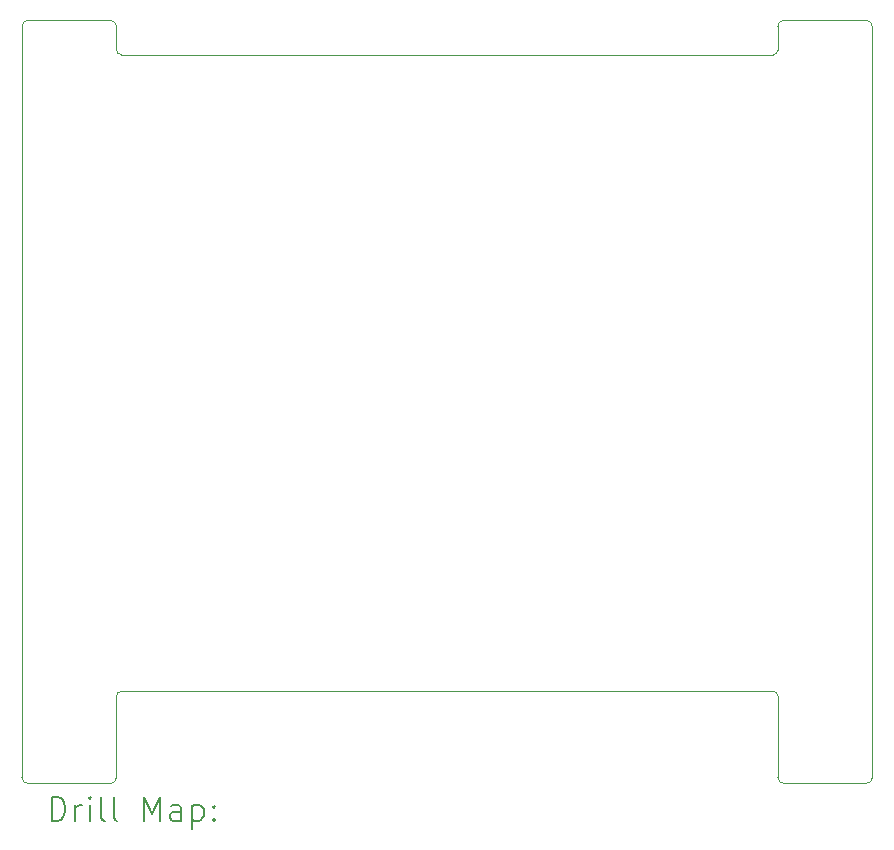
<source format=gbr>
%TF.GenerationSoftware,KiCad,Pcbnew,(6.0.9)*%
%TF.CreationDate,2023-02-01T14:52:12+00:00*%
%TF.ProjectId,GroupProjectCustom,47726f75-7050-4726-9f6a-656374437573,rev?*%
%TF.SameCoordinates,Original*%
%TF.FileFunction,Drillmap*%
%TF.FilePolarity,Positive*%
%FSLAX45Y45*%
G04 Gerber Fmt 4.5, Leading zero omitted, Abs format (unit mm)*
G04 Created by KiCad (PCBNEW (6.0.9)) date 2023-02-01 14:52:12*
%MOMM*%
%LPD*%
G01*
G04 APERTURE LIST*
%ADD10C,0.100000*%
%ADD11C,0.200000*%
G04 APERTURE END LIST*
D10*
X12960000Y-4381000D02*
G75*
G03*
X12910000Y-4331000I-50000J0D01*
G01*
X13460000Y-10011000D02*
X13000284Y-10011284D01*
X12160000Y-5611000D02*
X12160000Y-5461000D01*
X19310000Y-4331000D02*
X18610000Y-4331000D01*
X19360000Y-5081000D02*
X19360000Y-5111000D01*
X12160000Y-10741000D02*
G75*
G03*
X12210000Y-10791000I50000J0D01*
G01*
X18560000Y-10051000D02*
G75*
G03*
X18520000Y-10011000I-40000J0D01*
G01*
X12160000Y-5081000D02*
X12160000Y-5111000D01*
X12160000Y-5081000D02*
X12160000Y-4381000D01*
X12910000Y-10791000D02*
G75*
G03*
X12960000Y-10741000I0J50000D01*
G01*
X19360000Y-9511000D02*
X19360000Y-5461000D01*
X12160000Y-9661000D02*
X12160000Y-10011000D01*
X12160000Y-5461000D02*
X12160000Y-5111000D01*
X18560000Y-4581716D02*
X18560000Y-4381000D01*
X19360000Y-4381000D02*
G75*
G03*
X19310000Y-4331000I-50000J0D01*
G01*
X19360000Y-9511000D02*
X19360000Y-9661000D01*
X12960000Y-4580000D02*
G75*
G03*
X13000000Y-4620000I40000J0D01*
G01*
X18560000Y-10741000D02*
G75*
G03*
X18610000Y-10791000I50000J0D01*
G01*
X18610000Y-10791000D02*
X19310000Y-10791000D01*
X19360000Y-10041000D02*
X19360000Y-10741000D01*
X19360000Y-5461000D02*
X19360000Y-5111000D01*
X13460000Y-10011000D02*
X18520000Y-10011000D01*
X12160000Y-5611000D02*
X12160000Y-9661000D01*
X13000000Y-4620000D02*
X13060000Y-4620000D01*
X12960000Y-4381000D02*
X12960000Y-4580000D01*
X19310000Y-10791000D02*
G75*
G03*
X19360000Y-10741000I0J50000D01*
G01*
X12960284Y-10051284D02*
X12960000Y-10741000D01*
X18560000Y-10741000D02*
X18560000Y-10051000D01*
X18520000Y-4620000D02*
X13060000Y-4620000D01*
X12160000Y-10741000D02*
X12160000Y-10041000D01*
X19360000Y-4381000D02*
X19360000Y-5081000D01*
X12910000Y-4331000D02*
X12210000Y-4331000D01*
X19360000Y-9661000D02*
X19360000Y-10011000D01*
X18610000Y-4331000D02*
G75*
G03*
X18560000Y-4381000I0J-50000D01*
G01*
X18520000Y-4620003D02*
G75*
G03*
X18560000Y-4581716I1680J38283D01*
G01*
X12210000Y-4331000D02*
G75*
G03*
X12160000Y-4381000I0J-50000D01*
G01*
X12160000Y-10041000D02*
X12160000Y-10011000D01*
X12210000Y-10791000D02*
X12910000Y-10791000D01*
X19360000Y-10041000D02*
X19360000Y-10011000D01*
X13000284Y-10011284D02*
G75*
G03*
X12960284Y-10051284I-4J-39996D01*
G01*
D11*
X12412619Y-11106476D02*
X12412619Y-10906476D01*
X12460238Y-10906476D01*
X12488809Y-10916000D01*
X12507857Y-10935048D01*
X12517381Y-10954095D01*
X12526905Y-10992190D01*
X12526905Y-11020762D01*
X12517381Y-11058857D01*
X12507857Y-11077905D01*
X12488809Y-11096952D01*
X12460238Y-11106476D01*
X12412619Y-11106476D01*
X12612619Y-11106476D02*
X12612619Y-10973143D01*
X12612619Y-11011238D02*
X12622143Y-10992190D01*
X12631667Y-10982667D01*
X12650714Y-10973143D01*
X12669762Y-10973143D01*
X12736428Y-11106476D02*
X12736428Y-10973143D01*
X12736428Y-10906476D02*
X12726905Y-10916000D01*
X12736428Y-10925524D01*
X12745952Y-10916000D01*
X12736428Y-10906476D01*
X12736428Y-10925524D01*
X12860238Y-11106476D02*
X12841190Y-11096952D01*
X12831667Y-11077905D01*
X12831667Y-10906476D01*
X12965000Y-11106476D02*
X12945952Y-11096952D01*
X12936428Y-11077905D01*
X12936428Y-10906476D01*
X13193571Y-11106476D02*
X13193571Y-10906476D01*
X13260238Y-11049333D01*
X13326905Y-10906476D01*
X13326905Y-11106476D01*
X13507857Y-11106476D02*
X13507857Y-11001714D01*
X13498333Y-10982667D01*
X13479286Y-10973143D01*
X13441190Y-10973143D01*
X13422143Y-10982667D01*
X13507857Y-11096952D02*
X13488809Y-11106476D01*
X13441190Y-11106476D01*
X13422143Y-11096952D01*
X13412619Y-11077905D01*
X13412619Y-11058857D01*
X13422143Y-11039810D01*
X13441190Y-11030286D01*
X13488809Y-11030286D01*
X13507857Y-11020762D01*
X13603095Y-10973143D02*
X13603095Y-11173143D01*
X13603095Y-10982667D02*
X13622143Y-10973143D01*
X13660238Y-10973143D01*
X13679286Y-10982667D01*
X13688809Y-10992190D01*
X13698333Y-11011238D01*
X13698333Y-11068381D01*
X13688809Y-11087429D01*
X13679286Y-11096952D01*
X13660238Y-11106476D01*
X13622143Y-11106476D01*
X13603095Y-11096952D01*
X13784048Y-11087429D02*
X13793571Y-11096952D01*
X13784048Y-11106476D01*
X13774524Y-11096952D01*
X13784048Y-11087429D01*
X13784048Y-11106476D01*
X13784048Y-10982667D02*
X13793571Y-10992190D01*
X13784048Y-11001714D01*
X13774524Y-10992190D01*
X13784048Y-10982667D01*
X13784048Y-11001714D01*
M02*

</source>
